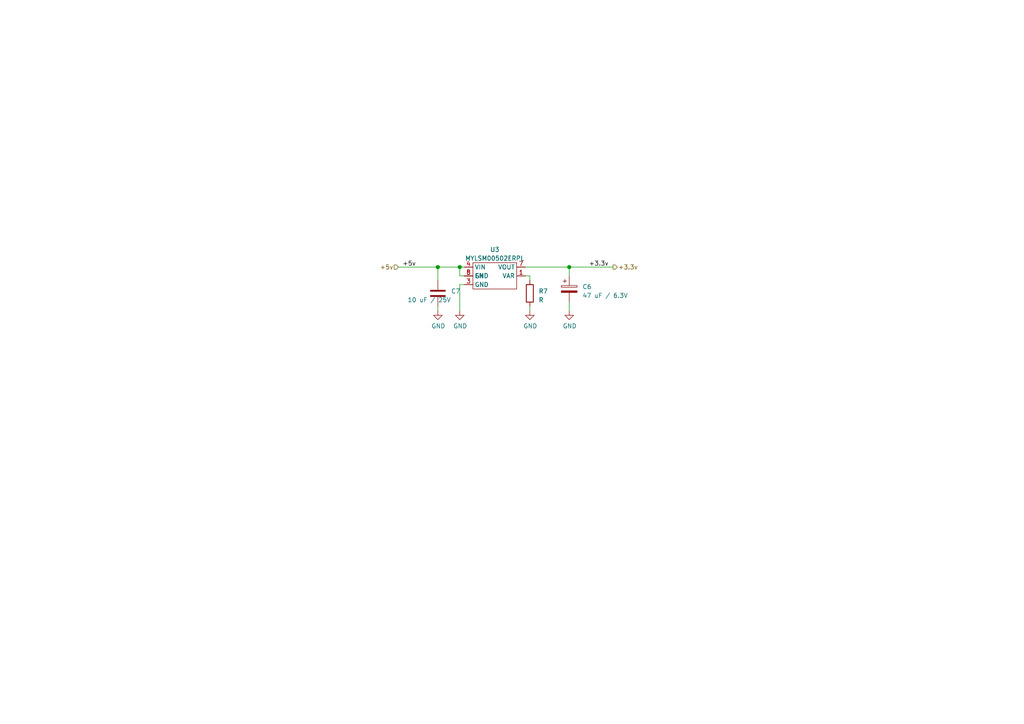
<source format=kicad_sch>
(kicad_sch (version 20210406) (generator eeschema)
  (paper "A4")
  (lib_symbols
    (symbol "Device:C" (pin_numbers hide) (pin_names (offset 0.254))
      (property "Reference" "C" (at 0.635 2.54 0))
      (property "Value" "C" (at 0.635 -2.54 0))
      (symbol "C_0_1"
        (polyline (pts (xy -2.032 -0.762) (xy 2.032 -0.762)) (stroke (width 0.508)))
        (polyline (pts (xy -2.032 0.762) (xy 2.032 0.762)) (stroke (width 0.508)))
      )
      (symbol "C_1_1"
        (pin passive line (at 0 3.81 270) (length 2.794) (name "~") (number "1"))
        (pin passive line (at 0 -3.81 90) (length 2.794) (name "~") (number "2"))
      )
    )
    (symbol "Device:C_Polarized" (pin_numbers hide) (pin_names (offset 0.254))
      (property "Reference" "C" (at 0.635 2.54 0))
      (property "Value" "C_Polarized" (at 0.635 -2.54 0))
      (symbol "C_Polarized_0_1"
        (rectangle (start -2.286 0.508) (end 2.286 1.016))
        (rectangle (start 2.286 -0.508) (end -2.286 -1.016) (fill (type outline)))
        (polyline (pts (xy -1.778 2.286) (xy -0.762 2.286)))
        (polyline (pts (xy -1.27 2.794) (xy -1.27 1.778)))
      )
      (symbol "C_Polarized_1_1"
        (pin passive line (at 0 3.81 270) (length 2.794) (name "~") (number "1"))
        (pin passive line (at 0 -3.81 90) (length 2.794) (name "~") (number "2"))
      )
    )
    (symbol "Device:R" (pin_numbers hide) (pin_names (offset 0))
      (property "Reference" "R" (at 2.032 0 90))
      (property "Value" "R" (at 0 0 90))
      (symbol "R_0_1"
        (rectangle (start -1.016 -2.54) (end 1.016 2.54) (stroke (width 0.254)))
      )
      (symbol "R_1_1"
        (pin passive line (at 0 3.81 270) (length 1.27) (name "~") (number "1"))
        (pin passive line (at 0 -3.81 90) (length 1.27) (name "~") (number "2"))
      )
    )
    (symbol "cm4crypto:MYLSM00502ERPL"
      (property "Reference" "U" (at 8.89 10.16 0))
      (property "Value" "MYLSM00502ERPL" (at -2.54 10.16 0))
      (symbol "MYLSM00502ERPL_0_0"
        (pin passive line (at 8.89 0 180) (length 2.54) (name "VAR") (number "1"))
        (pin power_in line (at -8.89 -2.54 0) (length 2.54) hide (name "GND") (number "2"))
        (pin power_in line (at -8.89 -2.54 0) (length 2.54) (name "GND") (number "3"))
        (pin input line (at -8.89 0 0) (length 2.54) (name "EN") (number "5"))
        (pin power_in line (at -8.89 -2.54 0) (length 2.54) hide (name "GND") (number "6"))
        (pin power_out line (at 8.89 2.54 180) (length 2.54) (name "VOUT") (number "7"))
        (pin power_in line (at -8.89 0 0) (length 2.54) (name "GND") (number "8"))
        (pin power_in line (at -8.89 -2.54 0) (length 2.54) hide (name "GND") (number "9"))
      )
      (symbol "MYLSM00502ERPL_0_1"
        (rectangle (start -6.35 3.81) (end 6.35 -3.81) (stroke (width 0.1524)))
      )
      (symbol "MYLSM00502ERPL_1_1"
        (pin power_in line (at -8.89 2.54 0) (length 2.54) (name "VIN") (number "4"))
      )
    )
    (symbol "power:GND" (power) (pin_names (offset 0))
      (property "Value" "GND" (at 0 -3.81 0))
      (symbol "GND_0_1"
        (polyline (pts (xy 0 0) (xy 0 -1.27) (xy 1.27 -1.27) (xy 0 -2.54) (xy -1.27 -1.27) (xy 0 -1.27)))
      )
      (symbol "GND_1_1"
        (pin power_in line (at 0 0 270) (length 0) hide (name "GND") (number "1"))
      )
    )
  )
  (junction (at 127 77.47) (diameter 1.016))
  (junction (at 133.35 77.47) (diameter 1.016))
  (junction (at 165.1 77.47) (diameter 1.016))
  (wire (pts (xy 115.57 77.47) (xy 127 77.47)))
  (wire (pts (xy 127 77.47) (xy 127 81.28)))
  (wire (pts (xy 127 77.47) (xy 133.35 77.47)))
  (wire (pts (xy 127 88.9) (xy 127 90.17)))
  (wire (pts (xy 133.35 77.47) (xy 133.35 80.01)))
  (wire (pts (xy 133.35 77.47) (xy 134.62 77.47)))
  (wire (pts (xy 133.35 80.01) (xy 134.62 80.01)))
  (wire (pts (xy 133.35 82.55) (xy 133.35 90.17)))
  (wire (pts (xy 134.62 82.55) (xy 133.35 82.55)))
  (wire (pts (xy 152.4 77.47) (xy 165.1 77.47)))
  (wire (pts (xy 152.4 80.01) (xy 153.67 80.01)))
  (wire (pts (xy 153.67 80.01) (xy 153.67 81.28)))
  (wire (pts (xy 153.67 88.9) (xy 153.67 90.17)))
  (wire (pts (xy 165.1 77.47) (xy 165.1 80.01)))
  (wire (pts (xy 165.1 77.47) (xy 177.8 77.47)))
  (wire (pts (xy 165.1 87.63) (xy 165.1 90.17)))
  (label "+5v" (at 120.65 77.47 180))
  (label "+3.3v" (at 176.53 77.47 180))
  (hierarchical_label "+5v" (shape input) (at 115.57 77.47 180))
  (hierarchical_label "+3.3v" (shape output) (at 177.8 77.47 0))
  (symbol (lib_id "power:GND") (at 127 90.17 0) (unit 1)
    (property "Reference" "#PWR065" (effects hide))
    (property "Value" "GND" (at 127.127 94.5642 0))
  )
  (symbol (lib_id "power:GND") (at 133.35 90.17 0) (unit 1)
    (property "Reference" "#PWR066" (effects hide))
    (property "Value" "GND" (at 133.477 94.5642 0))
  )
  (symbol (lib_id "power:GND") (at 153.67 90.17 0) (unit 1)
    (property "Reference" "#PWR067" (effects hide))
    (property "Value" "GND" (at 153.797 94.5642 0))
  )
  (symbol (lib_id "power:GND") (at 165.1 90.17 0) (unit 1)
    (property "Reference" "#PWR068" (effects hide))
    (property "Value" "GND" (at 165.227 94.5642 0))
  )
  (symbol (lib_id "Device:R") (at 153.67 85.09 0) (unit 1)
    (property "Reference" "R7" (at 156.21 84.4549 0) (effects (justify left)))
    (property "Value" "R" (at 156.21 86.9949 0) (effects (justify left)))
    (property "Footprint" "Resistor_SMD:R_0603_1608Metric" (effects hide))
  )
  (symbol (lib_id "Device:C") (at 127 85.09 0) (unit 1)
    (property "Reference" "C7" (at 130.81 84.4549 0) (effects (justify left)))
    (property "Value" "10 uF / 25V" (at 130.81 86.9949 0) (effects (justify right)))
    (property "Footprint" "Capacitor_SMD:C_0603_1608Metric" (effects hide))
  )
  (symbol (lib_id "Device:C_Polarized") (at 165.1 83.82 0) (unit 1)
    (property "Reference" "C6" (at 168.91 83.1849 0) (effects (justify left)))
    (property "Value" "47 uF / 6.3V" (at 168.91 85.7249 0) (effects (justify left)))
    (property "Footprint" "Capacitor_SMD:C_0805_2012Metric" (effects hide))
  )
  (symbol (lib_id "cm4crypto:MYLSM00502ERPL") (at 143.51 80.01 0) (unit 1)
    (property "Reference" "U3" (at 143.51 72.39 0))
    (property "Value" "MYLSM00502ERPL" (at 143.51 74.93 0))
    (property "Footprint" "cm4crypto:MYLSM00502ERPL" (effects hide))
  )
)
</source>
